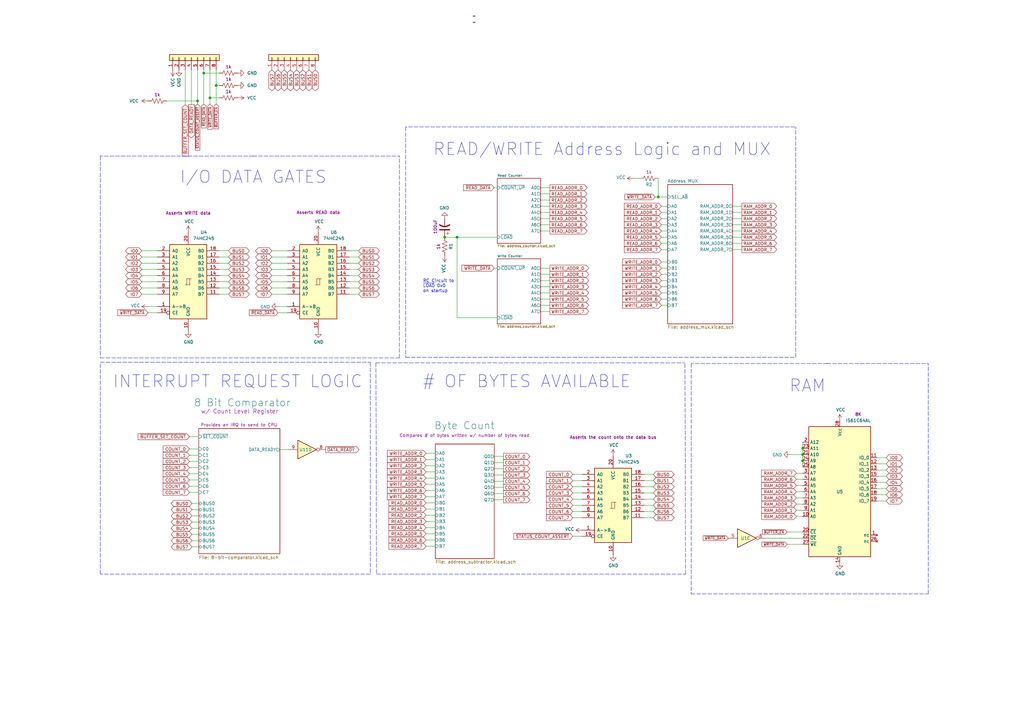
<source format=kicad_sch>
(kicad_sch (version 20211123) (generator eeschema)
  (paper "A3")
  (lib_symbols
    (symbol "74xx:74LS04"
      (property "Reference" "U" (at 0 1.27 0))
      (property "Value" "74LS04" (at 0 -1.27 0))
      (symbol "74LS04_1_0"
        (pin input line (at -7.62 0 0) (length 3.81) (name "~") (number "1"))
        (pin output inverted (at 7.62 0 180) (length 3.81) (name "~") (number "2"))
      )
      (symbol "74LS04_2_0"
        (pin input line (at -7.62 0 0) (length 3.81) (name "~") (number "3"))
        (pin output inverted (at 7.62 0 180) (length 3.81) (name "~") (number "4"))
      )
      (symbol "74LS04_3_0"
        (pin input line (at -7.62 0 0) (length 3.81) (name "~") (number "5"))
        (pin output inverted (at 7.62 0 180) (length 3.81) (name "~") (number "6"))
      )
      (symbol "74LS04_4_0"
        (pin output inverted (at 7.62 0 180) (length 3.81) (name "~") (number "8"))
        (pin input line (at -7.62 0 0) (length 3.81) (name "~") (number "9"))
      )
      (symbol "74LS04_5_0"
        (pin output inverted (at 7.62 0 180) (length 3.81) (name "~") (number "10"))
        (pin input line (at -7.62 0 0) (length 3.81) (name "~") (number "11"))
      )
      (symbol "74LS04_6_0"
        (pin output inverted (at 7.62 0 180) (length 3.81) (name "~") (number "12"))
        (pin input line (at -7.62 0 0) (length 3.81) (name "~") (number "13"))
      )
      (symbol "74LS04_7_0"
        (pin power_in line (at 0 12.7 270) (length 5.08) (name "VCC") (number "14"))
        (pin power_in line (at 0 -12.7 90) (length 5.08) (name "GND") (number "7"))
      )
    )
    (symbol "Connector_Generic:Conn_01x08" (pin_names (offset 1.016) hide)
      (property "Reference" "J" (at 0 10.16 0))
      (property "Value" "Conn_01x08" (at 0 -12.7 0))
      (symbol "Conn_01x08_1_1"
        (pin passive line (at -5.08 7.62 0) (length 3.81) (name "Pin_1") (number "1"))
        (pin passive line (at -5.08 5.08 0) (length 3.81) (name "Pin_2") (number "2"))
        (pin passive line (at -5.08 2.54 0) (length 3.81) (name "Pin_3") (number "3"))
        (pin passive line (at -5.08 0 0) (length 3.81) (name "Pin_4") (number "4"))
        (pin passive line (at -5.08 -2.54 0) (length 3.81) (name "Pin_5") (number "5"))
        (pin passive line (at -5.08 -5.08 0) (length 3.81) (name "Pin_6") (number "6"))
        (pin passive line (at -5.08 -7.62 0) (length 3.81) (name "Pin_7") (number "7"))
        (pin passive line (at -5.08 -10.16 0) (length 3.81) (name "Pin_8") (number "8"))
      )
    )
    (symbol "Device:R_US" (pin_numbers hide) (pin_names (offset 0))
      (property "Reference" "R" (at 2.54 0 90))
      (property "Value" "R_US" (at -2.54 0 90))
      (symbol "R_US_1_1"
        (pin passive line (at 0 3.81 270) (length 1.27) (name "~") (number "1"))
        (pin passive line (at 0 -3.81 90) (length 1.27) (name "~") (number "2"))
      )
    )
    (symbol "power:GND" (power) (pin_names (offset 0))
      (property "Value" "GND" (at 0 -3.81 0))
      (symbol "GND_1_1"
        (pin power_in line (at 0 0 270) (length 0) hide (name "GND") (number "1"))
      )
    )
    (symbol "power:VCC" (power) (pin_names (offset 0))
      (property "Value" "VCC" (at 0 3.81 0))
      (symbol "VCC_1_1"
        (pin power_in line (at 0 0 90) (length 0) hide (name "VCC") (number "1"))
      )
    )
    (symbol "stephen-mouser:74HC245" (pin_names (offset 1.016))
      (property "Reference" "U" (at -7.62 16.51 0))
      (property "Value" "stephen-mouser_74HC245" (at -7.62 -16.51 0))
      (symbol "74HC245_1_0"
        (pin input line (at -12.7 -10.16 0) (length 5.08) (name "A->B") (number "1"))
        (pin power_in line (at 0 -20.32 90) (length 5.08) (name "GND") (number "10"))
        (pin tri_state line (at 12.7 -5.08 180) (length 5.08) (name "B7") (number "11"))
        (pin tri_state line (at 12.7 -2.54 180) (length 5.08) (name "B6") (number "12"))
        (pin tri_state line (at 12.7 0 180) (length 5.08) (name "B5") (number "13"))
        (pin tri_state line (at 12.7 2.54 180) (length 5.08) (name "B4") (number "14"))
        (pin tri_state line (at 12.7 5.08 180) (length 5.08) (name "B3") (number "15"))
        (pin tri_state line (at 12.7 7.62 180) (length 5.08) (name "B2") (number "16"))
        (pin tri_state line (at 12.7 10.16 180) (length 5.08) (name "B1") (number "17"))
        (pin tri_state line (at 12.7 12.7 180) (length 5.08) (name "B0") (number "18"))
        (pin input inverted (at -12.7 -12.7 0) (length 5.08) (name "CE") (number "19"))
        (pin tri_state line (at -12.7 12.7 0) (length 5.08) (name "A0") (number "2"))
        (pin power_in line (at 0 20.32 270) (length 5.08) (name "VCC") (number "20"))
        (pin tri_state line (at -12.7 10.16 0) (length 5.08) (name "A1") (number "3"))
        (pin tri_state line (at -12.7 7.62 0) (length 5.08) (name "A2") (number "4"))
        (pin tri_state line (at -12.7 5.08 0) (length 5.08) (name "A3") (number "5"))
        (pin tri_state line (at -12.7 2.54 0) (length 5.08) (name "A4") (number "6"))
        (pin tri_state line (at -12.7 0 0) (length 5.08) (name "A5") (number "7"))
        (pin tri_state line (at -12.7 -2.54 0) (length 5.08) (name "A6") (number "8"))
        (pin tri_state line (at -12.7 -5.08 0) (length 5.08) (name "A7") (number "9"))
      )
    )
    (symbol "stephen-mouser:C" (pin_numbers hide) (pin_names (offset 0.254) hide)
      (property "Reference" "C" (at 0.635 2.54 0))
      (property "Value" "stephen-mouser_C" (at 0.635 -2.54 0))
      (property "C" "100uF" (at 0 0 0))
      (symbol "C_1_1"
        (pin passive line (at 0 3.81 270) (length 2.794) (name "~") (number "1"))
        (pin passive line (at 0 -3.81 90) (length 3.302) (name "~") (number "2"))
      )
    )
    (symbol "stephen-mouser:IS61C64AL"
      (property "Reference" "U" (at -10.16 31.75 0))
      (property "Value" "stephen-mouser_IS61C64AL" (at 10.16 -25.4 0))
      (property "L" "8K" (at 0 0 0))
      (symbol "IS61C64AL_1_1"
        (pin no_connect line (at 15.24 -13.97 180) (length 2.54) (name "nc") (number "1"))
        (pin input line (at -15.24 -6.35 0) (length 2.54) (name "A0") (number "10"))
        (pin bidirectional line (at 15.24 17.78 180) (length 2.54) (name "IO_0") (number "11"))
        (pin bidirectional line (at 15.24 15.24 180) (length 2.54) (name "IO_1") (number "12"))
        (pin bidirectional line (at 15.24 12.7 180) (length 2.54) (name "IO_2") (number "13"))
        (pin power_in line (at 0 -25.4 90) (length 2.54) (name "GND") (number "14"))
        (pin bidirectional line (at 15.24 10.16 180) (length 2.54) (name "IO_3") (number "15"))
        (pin bidirectional line (at 15.24 7.62 180) (length 2.54) (name "IO_4") (number "16"))
        (pin bidirectional line (at 15.24 5.08 180) (length 2.54) (name "IO_5") (number "17"))
        (pin bidirectional line (at 15.24 2.54 180) (length 2.54) (name "IO_6") (number "18"))
        (pin bidirectional line (at 15.24 0 180) (length 2.54) (name "IO_7") (number "19"))
        (pin input line (at -15.24 24.13 0) (length 2.54) (name "A12") (number "2"))
        (pin input line (at -15.24 -12.7 0) (length 2.54) (name "~{CE}") (number "20"))
        (pin input line (at -15.24 19.05 0) (length 2.54) (name "A10") (number "21"))
        (pin input line (at -15.24 -15.24 0) (length 2.54) (name "~{OE}") (number "22"))
        (pin input line (at -15.24 21.59 0) (length 2.54) (name "A11") (number "23"))
        (pin input line (at -15.24 16.51 0) (length 2.54) (name "A9") (number "24"))
        (pin input line (at -15.24 13.97 0) (length 2.54) (name "A8") (number "25"))
        (pin no_connect line (at 15.24 -16.51 180) (length 2.54) (name "nc") (number "26"))
        (pin input line (at -15.24 -17.78 0) (length 2.54) (name "~{WE}") (number "27"))
        (pin power_in line (at 0 33.02 270) (length 2.54) (name "Vcc") (number "28"))
        (pin input line (at -15.24 11.43 0) (length 2.54) (name "A7") (number "3"))
        (pin input line (at -15.24 8.89 0) (length 2.54) (name "A6") (number "4"))
        (pin input line (at -15.24 6.35 0) (length 2.54) (name "A5") (number "5"))
        (pin input line (at -15.24 3.81 0) (length 2.54) (name "A4") (number "6"))
        (pin input line (at -15.24 1.27 0) (length 2.54) (name "A3") (number "7"))
        (pin input line (at -15.24 -1.27 0) (length 2.54) (name "A2") (number "8"))
        (pin input line (at -15.24 -3.81 0) (length 2.54) (name "A1") (number "9"))
      )
    )
  )
  (junction (at 83.566 29.972))
  (junction (at 329.184 183.896))
  (junction (at 187.452 97.282))
  (junction (at 329.184 188.976))
  (junction (at 182.372 97.282))
  (junction (at 88.646 35.052))
  (junction (at 329.184 186.436))
  (junction (at 270.002 80.772))
  (junction (at 86.106 40.132))
  (junction (at 81.026 41.402))
  (wire (pts (xy 111.506 113.03) (xy 117.856 113.03)))
  (wire (pts (xy 322.834 223.266) (xy 329.184 223.266)))
  (wire (pts (xy 114.808 184.404) (xy 118.364 184.404)))
  (wire (pts (xy 225.552 115.062) (xy 221.742 115.062)))
  (wire (pts (xy 174.752 221.488) (xy 178.562 221.488)))
  (wire (pts (xy 83.566 42.672) (xy 83.566 29.972)))
  (wire (pts (xy 300.482 84.582) (xy 304.292 84.582)))
  (wire (pts (xy 329.184 201.676) (xy 326.644 201.676)))
  (wire (pts (xy 77.724 196.85) (xy 81.534 196.85)))
  (wire (pts (xy 271.272 94.742) (xy 273.812 94.742)))
  (wire (pts (xy 225.552 112.522) (xy 221.742 112.522)))
  (wire (pts (xy 264.16 204.724) (xy 267.97 204.724)))
  (wire (pts (xy 114.046 128.27) (xy 117.856 128.27)))
  (wire (pts (xy 111.506 102.87) (xy 117.856 102.87)))
  (wire (pts (xy 300.482 89.662) (xy 304.292 89.662)))
  (wire (pts (xy 271.272 92.202) (xy 273.812 92.202)))
  (wire (pts (xy 174.752 188.468) (xy 178.562 188.468)))
  (wire (pts (xy 225.552 117.602) (xy 221.742 117.602)))
  (wire (pts (xy 225.552 87.122) (xy 221.742 87.122)))
  (wire (pts (xy 234.95 202.184) (xy 238.76 202.184)))
  (wire (pts (xy 271.272 112.522) (xy 273.812 112.522)))
  (wire (pts (xy 174.752 191.008) (xy 178.562 191.008)))
  (wire (pts (xy 329.184 183.896) (xy 329.184 186.436)))
  (wire (pts (xy 89.916 107.95) (xy 93.726 107.95)))
  (wire (pts (xy 234.95 209.804) (xy 238.76 209.804)))
  (wire (pts (xy 300.482 102.362) (xy 304.292 102.362)))
  (wire (pts (xy 202.692 202.438) (xy 206.502 202.438)))
  (polyline (pts (xy 246.634 52.07) (xy 326.39 52.07)))
  (wire (pts (xy 60.706 128.27) (xy 64.516 128.27)))
  (wire (pts (xy 111.506 110.49) (xy 117.856 110.49)))
  (wire (pts (xy 174.752 211.328) (xy 178.562 211.328)))
  (wire (pts (xy 174.752 206.248) (xy 178.562 206.248)))
  (wire (pts (xy 89.916 115.57) (xy 93.726 115.57)))
  (wire (pts (xy 271.272 117.602) (xy 273.812 117.602)))
  (wire (pts (xy 234.95 219.964) (xy 238.76 219.964)))
  (wire (pts (xy 60.706 125.73) (xy 64.516 125.73)))
  (wire (pts (xy 271.272 125.222) (xy 273.812 125.222)))
  (wire (pts (xy 225.552 109.982) (xy 221.742 109.982)))
  (wire (pts (xy 89.916 102.87) (xy 93.726 102.87)))
  (wire (pts (xy 89.916 110.49) (xy 93.726 110.49)))
  (wire (pts (xy 143.256 110.49) (xy 147.066 110.49)))
  (wire (pts (xy 88.646 42.672) (xy 88.646 35.052)))
  (wire (pts (xy 234.95 197.104) (xy 238.76 197.104)))
  (polyline (pts (xy 41.148 146.812) (xy 163.83 146.812)))
  (wire (pts (xy 359.664 197.866) (xy 363.474 197.866)))
  (wire (pts (xy 271.272 84.582) (xy 273.812 84.582)))
  (wire (pts (xy 174.752 216.408) (xy 178.562 216.408)))
  (wire (pts (xy 359.664 195.326) (xy 363.474 195.326)))
  (wire (pts (xy 89.916 29.972) (xy 83.566 29.972)))
  (wire (pts (xy 268.732 80.772) (xy 270.002 80.772)))
  (wire (pts (xy 264.16 212.344) (xy 267.97 212.344)))
  (polyline (pts (xy 339.344 149.098) (xy 283.464 149.098)))
  (wire (pts (xy 78.74 221.742) (xy 81.534 221.742)))
  (polyline (pts (xy 103.886 64.008) (xy 41.148 64.008)))
  (wire (pts (xy 77.724 194.31) (xy 81.534 194.31)))
  (wire (pts (xy 225.552 92.202) (xy 221.742 92.202)))
  (wire (pts (xy 326.644 199.136) (xy 329.184 199.136)))
  (wire (pts (xy 83.566 29.972) (xy 83.566 28.702)))
  (wire (pts (xy 78.74 216.662) (xy 81.534 216.662)))
  (wire (pts (xy 174.752 218.948) (xy 178.562 218.948)))
  (polyline (pts (xy 339.09 149.098) (xy 380.746 149.098)))
  (polyline (pts (xy 163.83 146.812) (xy 163.83 64.008)))
  (polyline (pts (xy 283.464 243.586) (xy 380.746 243.586)))
  (wire (pts (xy 234.95 204.724) (xy 238.76 204.724)))
  (wire (pts (xy 187.452 130.302) (xy 203.962 130.302)))
  (wire (pts (xy 359.664 190.246) (xy 363.474 190.246)))
  (wire (pts (xy 300.482 97.282) (xy 304.292 97.282)))
  (wire (pts (xy 259.842 73.152) (xy 262.382 73.152)))
  (wire (pts (xy 89.916 35.052) (xy 88.646 35.052)))
  (wire (pts (xy 187.452 97.282) (xy 187.452 130.302)))
  (wire (pts (xy 174.752 201.168) (xy 178.562 201.168)))
  (wire (pts (xy 329.184 188.976) (xy 329.184 191.516)))
  (wire (pts (xy 271.272 120.142) (xy 273.812 120.142)))
  (polyline (pts (xy 41.148 148.59) (xy 151.892 148.59)))
  (wire (pts (xy 202.692 187.198) (xy 206.502 187.198)))
  (polyline (pts (xy 281.178 235.458) (xy 280.924 148.844)))
  (wire (pts (xy 174.752 185.928) (xy 178.562 185.928)))
  (polyline (pts (xy 283.464 149.098) (xy 283.464 243.586)))
  (wire (pts (xy 329.184 196.596) (xy 326.644 196.596)))
  (wire (pts (xy 89.916 113.03) (xy 93.726 113.03)))
  (wire (pts (xy 77.724 189.23) (xy 81.534 189.23)))
  (wire (pts (xy 111.506 107.95) (xy 117.856 107.95)))
  (bus (pts (xy 194.056 9.144) (xy 194.818 9.144)))
  (wire (pts (xy 225.552 127.762) (xy 221.742 127.762)))
  (wire (pts (xy 225.552 125.222) (xy 221.742 125.222)))
  (wire (pts (xy 174.752 203.708) (xy 178.562 203.708)))
  (wire (pts (xy 114.046 125.73) (xy 117.856 125.73)))
  (wire (pts (xy 203.962 97.282) (xy 187.452 97.282)))
  (wire (pts (xy 329.184 211.836) (xy 326.644 211.836)))
  (wire (pts (xy 174.752 193.548) (xy 178.562 193.548)))
  (wire (pts (xy 270.002 80.772) (xy 273.812 80.772)))
  (wire (pts (xy 271.272 115.062) (xy 273.812 115.062)))
  (wire (pts (xy 143.256 120.65) (xy 147.066 120.65)))
  (wire (pts (xy 111.506 120.65) (xy 117.856 120.65)))
  (wire (pts (xy 271.272 87.122) (xy 273.812 87.122)))
  (wire (pts (xy 264.16 194.564) (xy 267.97 194.564)))
  (wire (pts (xy 143.256 105.41) (xy 147.066 105.41)))
  (wire (pts (xy 324.104 186.436) (xy 329.184 186.436)))
  (wire (pts (xy 89.916 40.132) (xy 86.106 40.132)))
  (wire (pts (xy 89.916 118.11) (xy 93.726 118.11)))
  (wire (pts (xy 143.256 115.57) (xy 147.066 115.57)))
  (wire (pts (xy 359.664 187.706) (xy 363.474 187.706)))
  (wire (pts (xy 202.692 197.358) (xy 206.502 197.358)))
  (wire (pts (xy 221.742 76.962) (xy 225.552 76.962)))
  (wire (pts (xy 78.74 219.202) (xy 81.534 219.202)))
  (wire (pts (xy 78.486 42.926) (xy 78.486 28.702)))
  (polyline (pts (xy 154.178 148.844) (xy 280.924 148.844)))
  (wire (pts (xy 174.752 196.088) (xy 178.562 196.088)))
  (wire (pts (xy 326.644 209.296) (xy 329.184 209.296)))
  (wire (pts (xy 58.166 107.95) (xy 64.516 107.95)))
  (wire (pts (xy 88.646 35.052) (xy 88.646 28.702)))
  (polyline (pts (xy 380.746 243.586) (xy 380.746 149.098)))
  (polyline (pts (xy 246.888 52.07) (xy 166.37 52.07)))
  (wire (pts (xy 271.272 89.662) (xy 273.812 89.662)))
  (polyline (pts (xy 151.892 148.59) (xy 151.892 235.458)))
  (wire (pts (xy 225.552 84.582) (xy 221.742 84.582)))
  (wire (pts (xy 271.272 122.682) (xy 273.812 122.682)))
  (wire (pts (xy 234.95 199.644) (xy 238.76 199.644)))
  (wire (pts (xy 264.16 209.804) (xy 267.97 209.804)))
  (wire (pts (xy 359.664 205.486) (xy 363.474 205.486)))
  (polyline (pts (xy 326.39 146.558) (xy 326.39 52.07)))
  (wire (pts (xy 264.16 207.264) (xy 267.97 207.264)))
  (wire (pts (xy 77.724 199.39) (xy 81.534 199.39)))
  (wire (pts (xy 58.166 115.57) (xy 64.516 115.57)))
  (wire (pts (xy 359.664 202.946) (xy 363.474 202.946)))
  (wire (pts (xy 77.724 186.69) (xy 81.534 186.69)))
  (wire (pts (xy 143.256 113.03) (xy 147.066 113.03)))
  (wire (pts (xy 202.692 109.982) (xy 203.962 109.982)))
  (polyline (pts (xy 103.632 64.008) (xy 163.83 64.008)))
  (wire (pts (xy 225.552 82.042) (xy 221.742 82.042)))
  (wire (pts (xy 78.74 214.122) (xy 81.534 214.122)))
  (wire (pts (xy 78.74 206.502) (xy 81.534 206.502)))
  (wire (pts (xy 143.256 107.95) (xy 147.066 107.95)))
  (wire (pts (xy 86.106 40.132) (xy 86.106 28.702)))
  (wire (pts (xy 271.272 102.362) (xy 273.812 102.362)))
  (wire (pts (xy 202.692 76.962) (xy 203.962 76.962)))
  (wire (pts (xy 271.272 109.982) (xy 273.812 109.982)))
  (wire (pts (xy 326.644 194.056) (xy 329.184 194.056)))
  (wire (pts (xy 329.184 181.356) (xy 329.184 183.896)))
  (polyline (pts (xy 154.178 148.844) (xy 154.432 235.458)))
  (polyline (pts (xy 166.37 146.558) (xy 326.39 146.558)))
  (wire (pts (xy 234.95 207.264) (xy 238.76 207.264)))
  (polyline (pts (xy 41.148 235.458) (xy 41.148 148.59)))
  (wire (pts (xy 225.552 94.742) (xy 221.742 94.742)))
  (wire (pts (xy 68.326 41.402) (xy 81.026 41.402)))
  (wire (pts (xy 81.026 41.402) (xy 81.026 28.702)))
  (wire (pts (xy 202.692 192.278) (xy 206.502 192.278)))
  (wire (pts (xy 359.664 200.406) (xy 363.474 200.406)))
  (wire (pts (xy 271.272 99.822) (xy 273.812 99.822)))
  (wire (pts (xy 329.184 206.756) (xy 326.644 206.756)))
  (polyline (pts (xy 41.148 64.008) (xy 41.148 146.812)))
  (wire (pts (xy 300.482 92.202) (xy 304.292 92.202)))
  (wire (pts (xy 89.916 105.41) (xy 93.726 105.41)))
  (polyline (pts (xy 151.892 235.458) (xy 41.148 235.458)))
  (wire (pts (xy 329.184 186.436) (xy 329.184 188.976)))
  (wire (pts (xy 174.752 213.868) (xy 178.562 213.868)))
  (wire (pts (xy 86.106 42.672) (xy 86.106 40.132)))
  (wire (pts (xy 58.166 120.65) (xy 64.516 120.65)))
  (wire (pts (xy 77.724 191.77) (xy 81.534 191.77)))
  (wire (pts (xy 202.692 189.738) (xy 206.502 189.738)))
  (wire (pts (xy 326.644 204.216) (xy 329.184 204.216)))
  (wire (pts (xy 143.256 118.11) (xy 147.066 118.11)))
  (wire (pts (xy 78.74 224.282) (xy 81.534 224.282)))
  (wire (pts (xy 111.506 118.11) (xy 117.856 118.11)))
  (wire (pts (xy 77.724 179.07) (xy 81.534 179.07)))
  (polyline (pts (xy 154.432 235.458) (xy 281.178 235.458)))
  (wire (pts (xy 300.482 87.122) (xy 304.292 87.122)))
  (wire (pts (xy 234.95 212.344) (xy 238.76 212.344)))
  (wire (pts (xy 264.16 202.184) (xy 267.97 202.184)))
  (wire (pts (xy 322.834 218.186) (xy 329.184 218.186)))
  (wire (pts (xy 300.482 99.822) (xy 304.292 99.822)))
  (wire (pts (xy 78.74 211.582) (xy 81.534 211.582)))
  (wire (pts (xy 174.752 224.028) (xy 178.562 224.028)))
  (wire (pts (xy 300.482 94.742) (xy 304.292 94.742)))
  (wire (pts (xy 58.166 113.03) (xy 64.516 113.03)))
  (wire (pts (xy 89.916 120.65) (xy 93.726 120.65)))
  (wire (pts (xy 187.452 97.282) (xy 182.372 97.282)))
  (wire (pts (xy 225.552 89.662) (xy 221.742 89.662)))
  (wire (pts (xy 58.166 105.41) (xy 64.516 105.41)))
  (wire (pts (xy 359.664 192.786) (xy 363.474 192.786)))
  (bus (pts (xy 194.056 6.604) (xy 194.818 6.604)))
  (wire (pts (xy 58.166 118.11) (xy 64.516 118.11)))
  (wire (pts (xy 174.752 198.628) (xy 178.562 198.628)))
  (wire (pts (xy 111.506 115.57) (xy 117.856 115.57)))
  (wire (pts (xy 271.272 97.282) (xy 273.812 97.282)))
  (wire (pts (xy 264.16 197.104) (xy 267.97 197.104)))
  (wire (pts (xy 225.552 79.502) (xy 221.742 79.502)))
  (wire (pts (xy 234.95 194.564) (xy 238.76 194.564)))
  (wire (pts (xy 77.724 201.93) (xy 81.534 201.93)))
  (wire (pts (xy 202.692 194.818) (xy 206.502 194.818)))
  (wire (pts (xy 58.166 110.49) (xy 64.516 110.49)))
  (wire (pts (xy 270.002 80.772) (xy 270.002 73.152)))
  (wire (pts (xy 313.944 220.726) (xy 329.184 220.726)))
  (wire (pts (xy 225.552 120.142) (xy 221.742 120.142)))
  (wire (pts (xy 264.16 199.644) (xy 267.97 199.644)))
  (wire (pts (xy 78.74 209.042) (xy 81.534 209.042)))
  (wire (pts (xy 111.506 105.41) (xy 117.856 105.41)))
  (polyline (pts (xy 166.37 52.07) (xy 166.37 146.558)))
  (wire (pts (xy 202.692 199.898) (xy 206.502 199.898)))
  (wire (pts (xy 143.256 102.87) (xy 147.066 102.87)))
  (wire (pts (xy 81.026 42.672) (xy 81.026 41.402)))
  (wire (pts (xy 202.692 204.978) (xy 206.502 204.978)))
  (wire (pts (xy 75.946 42.926) (xy 75.946 28.702)))
  (wire (pts (xy 225.552 122.682) (xy 221.742 122.682)))
  (wire (pts (xy 58.166 102.87) (xy 64.516 102.87)))
  (wire (pts (xy 174.752 208.788) (xy 178.562 208.788)))
  (wire (pts (xy 271.272 107.442) (xy 273.812 107.442)))
  (wire (pts (xy 77.724 184.15) (xy 81.534 184.15)))
  (text "# OF BYTES AVAILABLE" (at 173.228 159.512 0) (effects (font (size 5 5)) (justify left bottom)))
  (text "INTERRUPT REQUEST LOGIC" (at 46.228 159.512 0) (effects (font (size 5 5)) (justify left bottom)))
  (text "RC Circuit to\n~{LOAD} 0x0\non startup" (at 173.482 120.142 0) (effects (font (size 1.27 1.27)) (justify left bottom)))
  (text "READ/WRITE Address Logic and MUX" (at 177.546 64.262 0) (effects (font (size 5 5)) (justify left bottom)))
  (text "RAM" (at 323.596 161.29 0) (effects (font (size 5 5)) (justify left bottom)))
  (text "I/O DATA GATES" (at 73.66 75.692 0) (effects (font (size 5 5)) (justify left bottom)))
  (global_label "WRITE_ADDR_2" (shape output) (at 225.552 115.062 0) (property "Intersheet References" "${INTERSHEET_REFS}" (effects hide)))
  (global_label "BUS3" (shape tri_state) (at 78.74 214.122 180) (property "Intersheet References" "${INTERSHEET_REFS}" (effects hide)))
  (global_label "COUNT_3" (shape output) (at 206.502 194.818 0) (property "Intersheet References" "${INTERSHEET_REFS}" (effects hide)))
  (global_label "BUS3" (shape tri_state) (at 121.666 28.702 270) (property "Intersheet References" "${INTERSHEET_REFS}" (effects hide)))
  (global_label "BUS6" (shape tri_state) (at 93.726 118.11 0) (property "Intersheet References" "${INTERSHEET_REFS}" (effects hide)))
  (global_label "IO2" (shape tri_state) (at 58.166 107.95 180) (property "Intersheet References" "${INTERSHEET_REFS}" (effects hide)))
  (global_label "READ_ADDR_3" (shape output) (at 225.552 84.582 0) (property "Intersheet References" "${INTERSHEET_REFS}" (effects hide)))
  (global_label "IO5" (shape tri_state) (at 111.506 115.57 180) (property "Intersheet References" "${INTERSHEET_REFS}" (effects hide)))
  (global_label "COUNT_2" (shape output) (at 206.502 192.278 0) (property "Intersheet References" "${INTERSHEET_REFS}" (effects hide)))
  (global_label "WRITE_ADDR_4" (shape input) (at 271.272 117.602 180) (property "Intersheet References" "${INTERSHEET_REFS}" (effects hide)))
  (global_label "READ_ADDR_7" (shape input) (at 271.272 102.362 180) (property "Intersheet References" "${INTERSHEET_REFS}" (effects hide)))
  (global_label "BUS5" (shape tri_state) (at 78.74 219.202 180) (property "Intersheet References" "${INTERSHEET_REFS}" (effects hide)))
  (global_label "BUS1" (shape tri_state) (at 126.746 28.702 270) (property "Intersheet References" "${INTERSHEET_REFS}" (effects hide)))
  (global_label "~{BUFFER_EN}" (shape input) (at 322.834 218.186 180) (effects (font (size 0.9906 0.9906))) (property "Intersheet References" "${INTERSHEET_REFS}" (effects hide)))
  (global_label "~{WRITE_DATA}" (shape input) (at 268.732 80.772 180) (effects (font (size 1.1938 1.1938))) (property "Intersheet References" "${INTERSHEET_REFS}" (effects hide)))
  (global_label "COUNT_3" (shape input) (at 77.724 191.77 180) (property "Intersheet References" "${INTERSHEET_REFS}" (effects hide)))
  (global_label "IO0" (shape tri_state) (at 111.506 102.87 180) (property "Intersheet References" "${INTERSHEET_REFS}" (effects hide)))
  (global_label "IO0" (shape tri_state) (at 58.166 102.87 180) (property "Intersheet References" "${INTERSHEET_REFS}" (effects hide)))
  (global_label "IO0" (shape tri_state) (at 363.474 187.706 0) (property "Intersheet References" "${INTERSHEET_REFS}" (effects hide)))
  (global_label "BUS5" (shape tri_state) (at 93.726 115.57 0) (property "Intersheet References" "${INTERSHEET_REFS}" (effects hide)))
  (global_label "COUNT_4" (shape output) (at 206.502 197.358 0) (property "Intersheet References" "${INTERSHEET_REFS}" (effects hide)))
  (global_label "IO3" (shape tri_state) (at 363.474 195.326 0) (property "Intersheet References" "${INTERSHEET_REFS}" (effects hide)))
  (global_label "WRITE_ADDR_7" (shape input) (at 174.752 203.708 180) (property "Intersheet References" "${INTERSHEET_REFS}" (effects hide)))
  (global_label "WRITE_ADDR_2" (shape input) (at 271.272 112.522 180) (property "Intersheet References" "${INTERSHEET_REFS}" (effects hide)))
  (global_label "RAM_ADDR_1" (shape input) (at 326.644 209.296 180) (property "Intersheet References" "${INTERSHEET_REFS}" (effects hide)))
  (global_label "BUS6" (shape tri_state) (at 78.74 221.742 180) (property "Intersheet References" "${INTERSHEET_REFS}" (effects hide)))
  (global_label "READ_ADDR_5" (shape input) (at 174.752 218.948 180) (property "Intersheet References" "${INTERSHEET_REFS}" (effects hide)))
  (global_label "COUNT_7" (shape output) (at 206.502 204.978 0) (property "Intersheet References" "${INTERSHEET_REFS}" (effects hide)))
  (global_label "~{WRITE_DATA}" (shape input) (at 322.834 223.266 180) (effects (font (size 0.9906 0.9906))) (property "Intersheet References" "${INTERSHEET_REFS}" (effects hide)))
  (global_label "IO3" (shape tri_state) (at 111.506 110.49 180) (property "Intersheet References" "${INTERSHEET_REFS}" (effects hide)))
  (global_label "READ_ADDR_1" (shape input) (at 271.272 87.122 180) (property "Intersheet References" "${INTERSHEET_REFS}" (effects hide)))
  (global_label "COUNT_1" (shape input) (at 77.724 186.69 180) (property "Intersheet References" "${INTERSHEET_REFS}" (effects hide)))
  (global_label "READ_ADDR_4" (shape input) (at 271.272 94.742 180) (property "Intersheet References" "${INTERSHEET_REFS}" (effects hide)))
  (global_label "BUS7" (shape tri_state) (at 111.506 28.702 270) (property "Intersheet References" "${INTERSHEET_REFS}" (effects hide)))
  (global_label "WRITE_ADDR_0" (shape input) (at 174.752 185.928 180) (property "Intersheet References" "${INTERSHEET_REFS}" (effects hide)))
  (global_label "BUS1" (shape tri_state) (at 267.97 197.104 0) (property "Intersheet References" "${INTERSHEET_REFS}" (effects hide)))
  (global_label "WRITE_ADDR_6" (shape input) (at 271.272 122.682 180) (property "Intersheet References" "${INTERSHEET_REFS}" (effects hide)))
  (global_label "RAM_ADDR_4" (shape output) (at 304.292 94.742 0) (property "Intersheet References" "${INTERSHEET_REFS}" (effects hide)))
  (global_label "BUS4" (shape tri_state) (at 267.97 204.724 0) (property "Intersheet References" "${INTERSHEET_REFS}" (effects hide)))
  (global_label "READ_ADDR_5" (shape output) (at 225.552 89.662 0) (property "Intersheet References" "${INTERSHEET_REFS}" (effects hide)))
  (global_label "COUNT_0" (shape input) (at 77.724 184.15 180) (property "Intersheet References" "${INTERSHEET_REFS}" (effects hide)))
  (global_label "BUS3" (shape tri_state) (at 93.726 110.49 0) (property "Intersheet References" "${INTERSHEET_REFS}" (effects hide)))
  (global_label "BUS2" (shape tri_state) (at 78.74 211.582 180) (property "Intersheet References" "${INTERSHEET_REFS}" (effects hide)))
  (global_label "RAM_ADDR_6" (shape input) (at 326.644 196.596 180) (property "Intersheet References" "${INTERSHEET_REFS}" (effects hide)))
  (global_label "IO7" (shape tri_state) (at 58.166 120.65 180) (property "Intersheet References" "${INTERSHEET_REFS}" (effects hide)))
  (global_label "~{READ_DATA}" (shape input) (at 114.046 128.27 180) (effects (font (size 1.1938 1.1938))) (property "Intersheet References" "${INTERSHEET_REFS}" (effects hide)))
  (global_label "READ_ADDR_0" (shape input) (at 271.272 84.582 180) (property "Intersheet References" "${INTERSHEET_REFS}" (effects hide)))
  (global_label "IO6" (shape tri_state) (at 111.506 118.11 180) (property "Intersheet References" "${INTERSHEET_REFS}" (effects hide)))
  (global_label "WRITE_ADDR_4" (shape input) (at 174.752 196.088 180) (property "Intersheet References" "${INTERSHEET_REFS}" (effects hide)))
  (global_label "COUNT_4" (shape input) (at 234.95 204.724 180) (property "Intersheet References" "${INTERSHEET_REFS}" (effects hide)))
  (global_label "BUS4" (shape tri_state) (at 147.066 113.03 0) (property "Intersheet References" "${INTERSHEET_REFS}" (effects hide)))
  (global_label "BUS0" (shape tri_state) (at 267.97 194.564 0) (property "Intersheet References" "${INTERSHEET_REFS}" (effects hide)))
  (global_label "WRITE_ADDR_5" (shape output) (at 225.552 122.682 0) (property "Intersheet References" "${INTERSHEET_REFS}" (effects hide)))
  (global_label "READ_ADDR_5" (shape input) (at 271.272 97.282 180) (property "Intersheet References" "${INTERSHEET_REFS}" (effects hide)))
  (global_label "COUNT_6" (shape input) (at 234.95 209.804 180) (property "Intersheet References" "${INTERSHEET_REFS}" (effects hide)))
  (global_label "COUNT_1" (shape input) (at 234.95 197.104 180) (property "Intersheet References" "${INTERSHEET_REFS}" (effects hide)))
  (global_label "READ_ADDR_2" (shape output) (at 225.552 82.042 0) (property "Intersheet References" "${INTERSHEET_REFS}" (effects hide)))
  (global_label "READ_ADDR_6" (shape input) (at 271.272 99.822 180) (property "Intersheet References" "${INTERSHEET_REFS}" (effects hide)))
  (global_label "COUNT_5" (shape input) (at 77.724 196.85 180) (property "Intersheet References" "${INTERSHEET_REFS}" (effects hide)))
  (global_label "~{WRITE_DATA}" (shape input) (at 86.106 42.672 270) (effects (font (size 0.9906 0.9906))) (property "Intersheet References" "${INTERSHEET_REFS}" (effects hide)))
  (global_label "~{DATA_READY}" (shape output) (at 78.486 42.926 270) (property "Intersheet References" "${INTERSHEET_REFS}" (effects hide)))
  (global_label "~{STATUS_COUNT_ASSERT}" (shape input) (at 81.026 42.672 270) (effects (font (size 0.9906 0.9906))) (property "Intersheet References" "${INTERSHEET_REFS}" (effects hide)))
  (global_label "BUS4" (shape tri_state) (at 93.726 113.03 0) (property "Intersheet References" "${INTERSHEET_REFS}" (effects hide)))
  (global_label "BUS2" (shape tri_state) (at 93.726 107.95 0) (property "Intersheet References" "${INTERSHEET_REFS}" (effects hide)))
  (global_label "BUS5" (shape tri_state) (at 267.97 207.264 0) (property "Intersheet References" "${INTERSHEET_REFS}" (effects hide)))
  (global_label "WRITE_ADDR_0" (shape input) (at 271.272 107.442 180) (property "Intersheet References" "${INTERSHEET_REFS}" (effects hide)))
  (global_label "RAM_ADDR_3" (shape output) (at 304.292 92.202 0) (property "Intersheet References" "${INTERSHEET_REFS}" (effects hide)))
  (global_label "BUS5" (shape tri_state) (at 147.066 115.57 0) (property "Intersheet References" "${INTERSHEET_REFS}" (effects hide)))
  (global_label "WRITE_ADDR_6" (shape output) (at 225.552 125.222 0) (property "Intersheet References" "${INTERSHEET_REFS}" (effects hide)))
  (global_label "RAM_ADDR_6" (shape output) (at 304.292 99.822 0) (property "Intersheet References" "${INTERSHEET_REFS}" (effects hide)))
  (global_label "RAM_ADDR_3" (shape input) (at 326.644 204.216 180) (property "Intersheet References" "${INTERSHEET_REFS}" (effects hide)))
  (global_label "RAM_ADDR_1" (shape output) (at 304.292 87.122 0) (property "Intersheet References" "${INTERSHEET_REFS}" (effects hide)))
  (global_label "RAM_ADDR_0" (shape output) (at 304.292 84.582 0) (property "Intersheet References" "${INTERSHEET_REFS}" (effects hide)))
  (global_label "WRITE_ADDR_3" (shape input) (at 271.272 115.062 180) (property "Intersheet References" "${INTERSHEET_REFS}" (effects hide)))
  (global_label "~{BUFFER_EN}" (shape input) (at 88.646 42.672 270) (effects (font (size 0.9906 0.9906))) (property "Intersheet References" "${INTERSHEET_REFS}" (effects hide)))
  (global_label "READ_ADDR_1" (shape input) (at 174.752 208.788 180) (property "Intersheet References" "${INTERSHEET_REFS}" (effects hide)))
  (global_label "IO1" (shape tri_state) (at 363.474 190.246 0) (property "Intersheet References" "${INTERSHEET_REFS}" (effects hide)))
  (global_label "WRITE_ADDR_3" (shape output) (at 225.552 117.602 0) (property "Intersheet References" "${INTERSHEET_REFS}" (effects hide)))
  (global_label "IO6" (shape tri_state) (at 363.474 202.946 0) (property "Intersheet References" "${INTERSHEET_REFS}" (effects hide)))
  (global_label "WRITE_ADDR_3" (shape input) (at 174.752 193.548 180) (property "Intersheet References" "${INTERSHEET_REFS}" (effects hide)))
  (global_label "READ_ADDR_0" (shape output) (at 225.552 76.962 0) (property "Intersheet References" "${INTERSHEET_REFS}" (effects hide)))
  (global_label "BUS7" (shape tri_state) (at 267.97 212.344 0) (property "Intersheet References" "${INTERSHEET_REFS}" (effects hide)))
  (global_label "WRITE_ADDR_5" (shape input) (at 174.752 198.628 180) (property "Intersheet References" "${INTERSHEET_REFS}" (effects hide)))
  (global_label "READ_ADDR_2" (shape input) (at 271.272 89.662 180) (property "Intersheet References" "${INTERSHEET_REFS}" (effects hide)))
  (global_label "READ_ADDR_7" (shape input) (at 174.752 224.028 180) (property "Intersheet References" "${INTERSHEET_REFS}" (effects hide)))
  (global_label "IO4" (shape tri_state) (at 58.166 113.03 180) (property "Intersheet References" "${INTERSHEET_REFS}" (effects hide)))
  (global_label "WRITE_ADDR_0" (shape output) (at 225.552 109.982 0) (property "Intersheet References" "${INTERSHEET_REFS}" (effects hide)))
  (global_label "IO5" (shape tri_state) (at 58.166 115.57 180) (property "Intersheet References" "${INTERSHEET_REFS}" (effects hide)))
  (global_label "COUNT_5" (shape output) (at 206.502 199.898 0) (property "Intersheet References" "${INTERSHEET_REFS}" (effects hide)))
  (global_label "~{DATA_READY}" (shape output) (at 133.604 184.404 0) (property "Intersheet References" "${INTERSHEET_REFS}" (effects hide)))
  (global_label "IO4" (shape tri_state) (at 363.474 197.866 0) (property "Intersheet References" "${INTERSHEET_REFS}" (effects hide)))
  (global_label "WRITE_ADDR_4" (shape output) (at 225.552 120.142 0) (property "Intersheet References" "${INTERSHEET_REFS}" (effects hide)))
  (global_label "BUS7" (shape tri_state) (at 78.74 224.282 180) (property "Intersheet References" "${INTERSHEET_REFS}" (effects hide)))
  (global_label "BUS2" (shape tri_state) (at 124.206 28.702 270) (property "Intersheet References" "${INTERSHEET_REFS}" (effects hide)))
  (global_label "COUNT_7" (shape input) (at 234.95 212.344 180) (property "Intersheet References" "${INTERSHEET_REFS}" (effects hide)))
  (global_label "~{READ_DATA}" (shape input) (at 83.566 42.672 270) (effects (font (size 0.9906 0.9906))) (property "Intersheet References" "${INTERSHEET_REFS}" (effects hide)))
  (global_label "READ_ADDR_7" (shape output) (at 225.552 94.742 0) (property "Intersheet References" "${INTERSHEET_REFS}" (effects hide)))
  (global_label "COUNT_7" (shape input) (at 77.724 201.93 180) (property "Intersheet References" "${INTERSHEET_REFS}" (effects hide)))
  (global_label "IO7" (shape tri_state) (at 111.506 120.65 180) (property "Intersheet References" "${INTERSHEET_REFS}" (effects hide)))
  (global_label "BUS3" (shape tri_state) (at 147.066 110.49 0) (property "Intersheet References" "${INTERSHEET_REFS}" (effects hide)))
  (global_label "COUNT_6" (shape output) (at 206.502 202.438 0) (property "Intersheet References" "${INTERSHEET_REFS}" (effects hide)))
  (global_label "BUS7" (shape tri_state) (at 93.726 120.65 0) (property "Intersheet References" "${INTERSHEET_REFS}" (effects hide)))
  (global_label "RAM_ADDR_4" (shape input) (at 326.644 201.676 180) (property "Intersheet References" "${INTERSHEET_REFS}" (effects hide)))
  (global_label "IO1" (shape tri_state) (at 58.166 105.41 180) (property "Intersheet References" "${INTERSHEET_REFS}" (effects hide)))
  (global_label "RAM_ADDR_2" (shape input) (at 326.644 206.756 180) (property "Intersheet References" "${INTERSHEET_REFS}" (effects hide)))
  (global_label "BUS1" (shape tri_state) (at 147.066 105.41 0) (property "Intersheet References" "${INTERSHEET_REFS}" (effects hide)))
  (global_label "WRITE_ADDR_7" (shape output) (at 225.552 127.762 0) (property "Intersheet References" "${INTERSHEET_REFS}" (effects hide)))
  (global_label "IO6" (shape tri_state) (at 58.166 118.11 180) (property "Intersheet References" "${INTERSHEET_REFS}" (effects hide)))
  (global_label "WRITE_ADDR_2" (shape input) (at 174.752 191.008 180) (property "Intersheet References" "${INTERSHEET_REFS}" (effects hide)))
  (global_label "BUS3" (shape tri_state) (at 267.97 202.184 0) (property "Intersheet References" "${INTERSHEET_REFS}" (effects hide)))
  (global_label "COUNT_4" (shape input) (at 77.724 194.31 180) (property "Intersheet References" "${INTERSHEET_REFS}" (effects hide)))
  (global_label "BUS2" (shape tri_state) (at 147.066 107.95 0) (property "Intersheet References" "${INTERSHEET_REFS}" (effects hide)))
  (global_label "~{WRITE_DATA}" (shape input) (at 298.704 220.726 180) (effects (font (size 0.9906 0.9906))) (property "Intersheet References" "${INTERSHEET_REFS}" (effects hide)))
  (global_label "READ_ADDR_3" (shape input) (at 174.752 213.868 180) (property "Intersheet References" "${INTERSHEET_REFS}" (effects hide)))
  (global_label "READ_ADDR_3" (shape input) (at 271.272 92.202 180) (property "Intersheet References" "${INTERSHEET_REFS}" (effects hide)))
  (global_label "IO5" (shape tri_state) (at 363.474 200.406 0) (property "Intersheet References" "${INTERSHEET_REFS}" (effects hide)))
  (global_label "READ_ADDR_6" (shape input) (at 174.752 221.488 180) (property "Intersheet References" "${INTERSHEET_REFS}" (effects hide)))
  (global_label "RAM_ADDR_7" (shape output) (at 304.292 102.362 0) (property "Intersheet References" "${INTERSHEET_REFS}" (effects hide)))
  (global_label "WRITE_ADDR_7" (shape input) (at 271.272 125.222 180) (property "Intersheet References" "${INTERSHEET_REFS}" (effects hide)))
  (global_label "IO2" (shape tri_state) (at 363.474 192.786 0) (property "Intersheet References" "${INTERSHEET_REFS}" (effects hide)))
  (global_label "~{STATUS_COUNT_ASSERT}" (shape input) (at 234.95 219.964 180) (property "Intersheet References" "${INTERSHEET_REFS}" (effects hide)))
  (global_label "~{WRITE_DATA}" (shape input) (at 202.692 109.982 180) (property "Intersheet References" "${INTERSHEET_REFS}" (effects hide)))
  (global_label "~{WRITE_DATA}" (shape input) (at 60.706 128.27 180) (effects (font (size 1.1938 1.1938))) (property "Intersheet References" "${INTERSHEET_REFS}" (effects hide)))
  (global_label "WRITE_ADDR_1" (shape input) (at 271.272 109.982 180) (property "Intersheet References" "${INTERSHEET_REFS}" (effects hide)))
  (global_label "BUS0" (shape tri_state) (at 147.066 102.87 0) (property "Intersheet References" "${INTERSHEET_REFS}" (effects hide)))
  (global_label "BUS1" (shape tri_state) (at 93.726 105.41 0) (property "Intersheet References" "${INTERSHEET_REFS}" (effects hide)))
  (global_label "IO1" (shape tri_state) (at 111.506 105.41 180) (property "Intersheet References" "${INTERSHEET_REFS}" (effects hide)))
  (global_label "BUS7" (shape tri_state) (at 147.066 120.65 0) (property "Intersheet References" "${INTERSHEET_REFS}" (effects hide)))
  (global_label "BUS6" (shape tri_state) (at 267.97 209.804 0) (property "Intersheet References" "${INTERSHEET_REFS}" (effects hide)))
  (global_label "READ_ADDR_4" (shape input) (at 174.752 216.408 180) (property "Intersheet References" "${INTERSHEET_REFS}" (effects hide)))
  (global_label "RAM_ADDR_7" (shape input) (at 326.644 194.056 180) (property "Intersheet References" "${INTERSHEET_REFS}" (effects hide)))
  (global_label "RAM_ADDR_2" (shape output) (at 304.292 89.662 0) (property "Intersheet References" "${INTERSHEET_REFS}" (effects hide)))
  (global_label "IO7" (shape tri_state) (at 363.474 205.486 0) (property "Intersheet References" "${INTERSHEET_REFS}" (effects hide)))
  (global_label "BUS5" (shape tri_state) (at 116.586 28.702 270) (property "Intersheet References" "${INTERSHEET_REFS}" (effects hide)))
  (global_label "COUNT_2" (shape input) (at 77.724 189.23 180) (property "Intersheet References" "${INTERSHEET_REFS}" (effects hide)))
  (global_label "COUNT_0" (shape output) (at 206.502 187.198 0) (property "Intersheet References" "${INTERSHEET_REFS}" (effects hide)))
  (global_label "IO2" (shape tri_state) (at 111.506 107.95 180) (property "Intersheet References" "${INTERSHEET_REFS}" (effects hide)))
  (global_label "BUS4" (shape tri_state) (at 78.74 216.662 180) (property "Intersheet References" "${INTERSHEET_REFS}" (effects hide)))
  (global_label "WRITE_ADDR_5" (shape input) (at 271.272 120.142 180) (property "Intersheet References" "${INTERSHEET_REFS}" (effects hide)))
  (global_label "BUS2" (shape tri_state) (at 267.97 199.644 0) (property "Intersheet References" "${INTERSHEET_REFS}" (effects hide)))
  (global_label "~{BUFFER_SET_COUNT}" (shape input) (at 75.946 42.926 270) (property "Intersheet References" "${INTERSHEET_REFS}" (effects hide)))
  (global_label "IO4" (shape tri_state) (at 111.506 113.03 180) (property "Intersheet References" "${INTERSHEET_REFS}" (effects hide)))
  (global_label "READ_ADDR_6" (shape output) (at 225.552 92.202 0) (property "Intersheet References" "${INTERSHEET_REFS}" (effects hide)))
  (global_label "WRITE_ADDR_1" (shape output) (at 225.552 112.522 0) (property "Intersheet References" "${INTERSHEET_REFS}" (effects hide)))
  (global_label "COUNT_2" (shape input) (at 234.95 199.644 180) (property "Intersheet References" "${INTERSHEET_REFS}" (effects hide)))
  (global_label "BUS6" (shape tri_state) (at 114.046 28.702 270) (property "Intersheet References" "${INTERSHEET_REFS}" (effects hide)))
  (global_label "READ_ADDR_0" (shape input) (at 174.752 206.248 180) (property "Intersheet References" "${INTERSHEET_REFS}" (effects hide)))
  (global_label "RAM_ADDR_5" (shape output) (at 304.292 97.282 0) (property "Intersheet References" "${INTERSHEET_REFS}" (effects hide)))
  (global_label "BUS0" (shape tri_state) (at 93.726 102.87 0) (property "Intersheet References" "${INTERSHEET_REFS}" (effects hide)))
  (global_label "BUS4" (shape tri_state) (at 119.126 28.702 270) (property "Intersheet References" "${INTERSHEET_REFS}" (effects hide)))
  (global_label "COUNT_3" (shape input) (at 234.95 202.184 180) (property "Intersheet References" "${INTERSHEET_REFS}" (effects hide)))
  (global_label "BUS0" (shape tri_state) (at 78.74 206.502 180) (property "Intersheet References" "${INTERSHEET_REFS}" (effects hide)))
  (global_label "RAM_ADDR_5" (shape input) (at 326.644 199.136 180) (property "Intersheet References" "${INTERSHEET_REFS}" (effects hide)))
  (global_label "COUNT_5" (shape input) (at 234.95 207.264 180) (property "Intersheet References" "${INTERSHEET_REFS}" (effects hide)))
  (global_label "IO3" (shape tri_state) (at 58.166 110.49 180) (property "Intersheet References" "${INTERSHEET_REFS}" (effects hide)))
  (global_label "~{READ_DATA}" (shape input) (at 202.692 76.962 180) (property "Intersheet References" "${INTERSHEET_REFS}" (effects hide)))
  (global_label "BUS1" (shape tri_state) (at 78.74 209.042 180) (property "Intersheet References" "${INTERSHEET_REFS}" (effects hide)))
  (global_label "WRITE_ADDR_6" (shape input) (at 174.752 201.168 180) (property "Intersheet References" "${INTERSHEET_REFS}" (effects hide)))
  (global_label "BUS0" (shape tri_state) (at 129.286 28.702 270) (property "Intersheet References" "${INTERSHEET_REFS}" (effects hide)))
  (global_label "COUNT_6" (shape input) (at 77.724 199.39 180) (property "Intersheet References" "${INTERSHEET_REFS}" (effects hide)))
  (global_label "WRITE_ADDR_1" (shape input) (at 174.752 188.468 180) (property "Intersheet References" "${INTERSHEET_REFS}" (effects hide)))
  (global_label "COUNT_0" (shape input) (at 234.95 194.564 180) (property "Intersheet References" "${INTERSHEET_REFS}" (effects hide)))
  (global_label "READ_ADDR_1" (shape output) (at 225.552 79.502 0) (property "Intersheet References" "${INTERSHEET_REFS}" (effects hide)))
  (global_label "READ_ADDR_4" (shape output) (at 225.552 87.122 0) (property "Intersheet References" "${INTERSHEET_REFS}" (effects hide)))
  (global_label "COUNT_1" (shape output) (at 206.502 189.738 0) (property "Intersheet References" "${INTERSHEET_REFS}" (effects hide)))
  (global_label "~{BUFFER_SET_COUNT}" (shape input) (at 77.724 179.07 180) (property "Intersheet References" "${INTERSHEET_REFS}" (effects hide)))
  (global_label "READ_ADDR_2" (shape input) (at 174.752 211.328 180) (property "Intersheet References" "${INTERSHEET_REFS}" (effects hide)))
  (global_label "RAM_ADDR_0" (shape input) (at 326.644 211.836 180) (property "Intersheet References" "${INTERSHEET_REFS}" (effects hide)))
  (global_label "BUS6" (shape tri_state) (at 147.066 118.11 0) (property "Intersheet References" "${INTERSHEET_REFS}" (effects hide)))
  (symbol (lib_id "stephen-mouser:IS61C64AL") (at 344.424 205.486 0) (unit 1)
    (property "Reference" "U5" (at 344.424 201.676 0))
    (property "Value" "IS61C64AL" (at 352.044 172.466 0))
    (property "Footprint" "Package_SO:SOIC-28W_7.5x17.9mm_P1.27mm" (effects hide))
    (property "Datasheet" "https://www.mouser.com/datasheet/2/198/61C64AL-258428.pdf" (effects hide))
    (property "L" "8K" (at 352.044 169.926 0))
  )
  (symbol (lib_id "power:VCC") (at 344.424 172.466 0) (unit 1)
    (property "Reference" "#PWR014" (effects hide))
    (property "Value" "VCC" (at 344.805 168.0718 0))
  )
  (symbol (lib_id "power:GND") (at 344.424 230.886 0) (unit 1)
    (property "Reference" "#PWR015" (effects hide))
    (property "Value" "GND" (at 344.551 235.2802 0))
  )
  (symbol (lib_id "stephen-mouser:74HC245") (at 251.46 207.264 0) (unit 1)
    (property "Reference" "U3" (at 257.81 186.944 0))
    (property "Value" "74HC245" (at 257.81 189.484 0))
    (property "Footprint" "Package_SO:TSSOP-20_4.4x6.5mm_P0.65mm" (effects hide))
    (property "Datasheet" "http://www.ti.com/lit/gpn/sn74HC245" (effects hide))
    (property "Field4" "Asserts the count onto the data bus" (at 251.46 179.324 0))
  )
  (symbol (lib_id "power:VCC") (at 251.46 186.944 0) (unit 1)
    (property "Reference" "#PWR05" (effects hide))
    (property "Value" "VCC" (at 251.841 182.5498 0))
  )
  (symbol (lib_id "power:GND") (at 251.46 227.584 0) (unit 1)
    (property "Reference" "#PWR06" (effects hide))
    (property "Value" "GND" (at 251.587 231.9782 0))
  )
  (symbol (lib_id "power:VCC") (at 238.76 217.424 90) (unit 1)
    (property "Reference" "#PWR04" (effects hide))
    (property "Value" "VCC" (at 235.5342 217.043 90) (effects (justify left)))
  )
  (symbol (lib_id "power:GND") (at 324.104 186.436 270) (unit 1)
    (property "Reference" "#PWR011" (effects hide))
    (property "Value" "GND" (at 320.8528 186.563 90) (effects (justify right)))
  )
  (symbol (lib_id "stephen-mouser:74HC245") (at 77.216 115.57 0) (unit 1)
    (property "Reference" "U4" (at 83.566 95.25 0))
    (property "Value" "74HC245" (at 83.566 97.79 0))
    (property "Footprint" "Package_SO:TSSOP-20_4.4x6.5mm_P0.65mm" (effects hide))
    (property "Datasheet" "http://www.ti.com/lit/gpn/sn74HC245" (effects hide))
    (property "Field4" "Asserts WRITE data" (at 77.216 87.376 0))
  )
  (symbol (lib_id "power:GND") (at 77.216 135.89 0) (unit 1)
    (property "Reference" "#PWR010" (effects hide))
    (property "Value" "GND" (at 77.343 140.2842 0))
  )
  (symbol (lib_id "power:VCC") (at 77.216 95.25 0) (unit 1)
    (property "Reference" "#PWR09" (effects hide))
    (property "Value" "VCC" (at 77.597 90.8558 0))
  )
  (symbol (lib_id "Device:R_US") (at 266.192 73.152 90)
    (property "Reference" "R2" (at 266.192 75.692 90))
    (property "Value" "R_US" (effects hide))
    (property "Footprint" "Resistor_SMD:R_0805_2012Metric" (effects hide))
    (property "L" "1k" (at 266.192 70.612 90))
  )
  (symbol (lib_id "power:VCC") (at 259.842 73.152 90) (unit 1)
    (property "Reference" "#PWR03" (effects hide))
    (property "Value" "VCC" (at 256.6162 72.771 90) (effects (justify left)))
  )
  (symbol (lib_id "power:VCC") (at 60.706 125.73 90) (unit 1)
    (property "Reference" "#PWR07" (effects hide))
    (property "Value" "VCC" (at 57.4802 125.349 90) (effects (justify left)))
  )
  (symbol (lib_id "stephen-mouser:74HC245") (at 130.556 115.57 0) (unit 1)
    (property "Reference" "U6" (at 136.906 95.25 0))
    (property "Value" "74HC245" (at 136.906 97.79 0))
    (property "Footprint" "Package_SO:TSSOP-20_4.4x6.5mm_P0.65mm" (effects hide))
    (property "Datasheet" "http://www.ti.com/lit/gpn/sn74HC245" (effects hide))
    (property "Field4" "Asserts READ data" (at 130.556 87.122 0))
  )
  (symbol (lib_id "power:GND") (at 130.556 135.89 0) (unit 1)
    (property "Reference" "#PWR018" (effects hide))
    (property "Value" "GND" (at 130.683 140.2842 0))
  )
  (symbol (lib_id "power:VCC") (at 130.556 95.25 0) (unit 1)
    (property "Reference" "#PWR017" (effects hide))
    (property "Value" "VCC" (at 130.937 90.8558 0))
  )
  (symbol (lib_id "power:GND") (at 114.046 125.73 270) (unit 1)
    (property "Reference" "#PWR016" (effects hide))
    (property "Value" "GND" (at 110.7948 125.857 90) (effects (justify right)))
  )
  (symbol (lib_id "Device:R_US") (at 93.726 35.052 90)
    (property "Reference" "R3" (effects hide))
    (property "Value" "R_US" (effects hide))
    (property "Footprint" "Resistor_SMD:R_0805_2012Metric" (effects hide))
    (property "L" "1k" (at 93.726 32.512 90))
  )
  (symbol (lib_id "power:GND") (at 97.536 35.052 90) (unit 1)
    (property "Reference" "#PWR08" (effects hide))
    (property "Value" "GND" (at 101.346 35.052 90) (effects (justify right)))
  )
  (symbol (lib_id "Device:R_US") (at 93.726 40.132 90)
    (property "Reference" "R4" (effects hide))
    (property "Value" "R_US" (effects hide))
    (property "Footprint" "Resistor_SMD:R_0805_2012Metric" (effects hide))
    (property "L" "1k" (at 93.726 37.592 90))
  )
  (symbol (lib_id "power:VCC") (at 97.536 40.132 270) (unit 1)
    (property "Reference" "#PWR012" (effects hide))
    (property "Value" "VCC" (at 101.346 40.132 90) (effects (justify left)))
  )
  (symbol (lib_id "74xx:74LS04") (at 306.324 220.726 0)
    (property "Reference" "U1" (at 303.784 220.726 0) (effects (justify left)))
    (property "Value" "74LS04" (effects hide))
    (property "Footprint" "Package_SO:TSSOP-14_4.4x5mm_P0.65mm" (effects hide))
    (property "Datasheet" "http://www.ti.com/lit/gpn/sn74LS04" (effects hide))
  )
  (symbol (lib_id "Device:R_US") (at 182.372 101.092 180)
    (property "Reference" "R1" (at 184.912 101.092 90))
    (property "Value" "R_US" (effects hide))
    (property "Footprint" "Resistor_SMD:R_0805_2012Metric" (effects hide))
    (property "L" "1k" (at 179.832 101.092 90))
  )
  (symbol (lib_id "power:VCC") (at 182.372 104.902 180)
    (property "Reference" "#PWR02" (effects hide))
    (property "Value" "VCC" (at 181.991 108.1532 90) (effects (justify left)))
  )
  (symbol (lib_id "power:GND") (at 182.372 89.662 180)
    (property "Reference" "#PWR01" (effects hide))
    (property "Value" "GND" (at 182.245 85.2678 0))
  )
  (symbol (lib_id "stephen-mouser:C") (at 182.372 93.472 180)
    (property "Reference" "C1" (effects hide))
    (property "Value" "C" (effects hide))
    (property "Footprint" "Capacitor_SMD:CP_Elec_6.3x5.9" (effects hide))
    (property "Datasheet" "https://www.mouser.com/ProductDetail/140-VZL101M1VTR-0607" (effects hide))
    (property "C" "100uF" (at 178.562 96.012 90) (effects (justify right)))
  )
  (symbol (lib_id "power:GND") (at 73.406 28.702 0) (unit 1)
    (property "Reference" "#PWR0101" (effects hide))
    (property "Value" "GND" (at 73.406 33.782 90))
  )
  (symbol (lib_id "power:VCC") (at 70.866 28.702 180) (unit 1)
    (property "Reference" "#PWR0102" (effects hide))
    (property "Value" "VCC" (at 70.866 33.782 90))
  )
  (symbol (lib_id "Device:R_US") (at 93.726 29.972 90)
    (property "Reference" "R5" (effects hide))
    (property "Value" "R_US" (effects hide))
    (property "Footprint" "Resistor_SMD:R_0805_2012Metric" (effects hide))
    (property "L" "1k" (at 93.726 27.432 90))
  )
  (symbol (lib_id "power:GND") (at 97.536 29.972 90) (unit 1)
    (property "Reference" "#PWR0103" (effects hide))
    (property "Value" "GND" (at 101.346 29.972 90) (effects (justify right)))
  )
  (symbol (lib_id "Device:R_US") (at 64.516 41.402 90)
    (property "Reference" "R6" (effects hide))
    (property "Value" "R_US" (effects hide))
    (property "Footprint" "Resistor_SMD:R_0805_2012Metric" (effects hide))
    (property "L" "1k" (at 64.516 38.862 90))
  )
  (symbol (lib_id "power:VCC") (at 60.706 41.402 90) (unit 1)
    (property "Reference" "#PWR0104" (effects hide))
    (property "Value" "VCC" (at 56.896 41.402 90) (effects (justify left)))
  )
  (symbol (lib_id "Connector_Generic:Conn_01x08") (at 119.126 23.622 90) (unit 1)
    (property "Reference" "J2" (effects hide))
    (property "Value" "Conn_01x08" (effects hide))
    (property "Footprint" "Connector_PinHeader_2.54mm:PinHeader_1x08_P2.54mm_Vertical" (effects hide))
  )
  (symbol (lib_id "74xx:74LS04") (at 125.984 184.404 0) (unit 4)
    (property "Reference" "U11" (at 122.682 184.404 0) (effects (justify left)))
    (property "Value" "74LS04" (effects hide))
    (property "Footprint" "Package_SO:TSSOP-14_4.4x5mm_P0.65mm" (effects hide))
    (property "Datasheet" "http://www.ti.com/lit/gpn/sn74LS04" (effects hide))
  )
  (symbol (lib_id "Connector_Generic:Conn_01x08") (at 78.486 23.622 90) (unit 1)
    (property "Reference" "J1" (effects hide))
    (property "Value" "Conn_01x08" (effects hide))
    (property "Footprint" "Connector_PinHeader_2.54mm:PinHeader_1x08_P2.54mm_Vertical" (effects hide))
  )
  (sheet (at 203.962 73.152) (size 17.78 26.67)
    (property "Sheet name" "Read Counter" (at 203.962 72.5801 0) (effects (font (size 0.9906 0.9906)) (justify left bottom)))
    (property "Sheet file" "address_counter.kicad_sch" (at 203.962 100.2948 0) (effects (font (size 0.9906 0.9906)) (justify left top)))
    (pin "~{COUNT_UP}" input (at 203.962 76.962 180))
    (pin "A0" output (at 221.742 76.962 0))
    (pin "A1" output (at 221.742 79.502 0))
    (pin "A2" output (at 221.742 82.042 0))
    (pin "A3" output (at 221.742 84.582 0))
    (pin "A4" output (at 221.742 87.122 0))
    (pin "A5" output (at 221.742 89.662 0))
    (pin "A6" output (at 221.742 92.202 0))
    (pin "A7" output (at 221.742 94.742 0))
    (pin "~{LOAD}" input (at 203.962 97.282 180))
  )
  (sheet (at 203.962 106.172) (size 17.78 26.67)
    (property "Sheet name" "Write Counter" (at 203.962 105.6001 0) (effects (font (size 0.9906 0.9906)) (justify left bottom)))
    (property "Sheet file" "address_counter.kicad_sch" (at 203.962 133.3148 0) (effects (font (size 0.9906 0.9906)) (justify left top)))
    (pin "~{COUNT_UP}" input (at 203.962 109.982 180))
    (pin "A0" output (at 221.742 109.982 0))
    (pin "A1" output (at 221.742 112.522 0))
    (pin "A2" output (at 221.742 115.062 0))
    (pin "A3" output (at 221.742 117.602 0))
    (pin "A4" output (at 221.742 120.142 0))
    (pin "A5" output (at 221.742 122.682 0))
    (pin "A6" output (at 221.742 125.222 0))
    (pin "A7" output (at 221.742 127.762 0))
    (pin "~{LOAD}" input (at 203.962 130.302 180))
  )
  (sheet (at 178.562 182.118) (size 24.13 46.99)
    (property "Sheet name" "Byte Count" (at 178.054 176.276 0) (effects (font (size 3 3)) (justify left bottom)))
    (property "Sheet file" "address_subtractor.kicad_sch" (at 178.562 229.6926 0) (effects (justify left top)))
    (property "Field2" "Compares # of bytes written w/ number of bytes read" (at 190.5 178.562 0))
    (pin "Q0" output (at 202.692 187.198 0))
    (pin "Q1" output (at 202.692 189.738 0))
    (pin "Q2" output (at 202.692 192.278 0))
    (pin "Q3" output (at 202.692 194.818 0))
    (pin "Q4" output (at 202.692 197.358 0))
    (pin "Q5" output (at 202.692 199.898 0))
    (pin "Q6" output (at 202.692 202.438 0))
    (pin "Q7" output (at 202.692 204.978 0))
    (pin "A0" input (at 178.562 185.928 180))
    (pin "A1" input (at 178.562 188.468 180))
    (pin "A2" input (at 178.562 191.008 180))
    (pin "A3" input (at 178.562 193.548 180))
    (pin "A4" input (at 178.562 196.088 180))
    (pin "A5" input (at 178.562 198.628 180))
    (pin "A6" input (at 178.562 201.168 180))
    (pin "A7" input (at 178.562 203.708 180))
    (pin "B0" input (at 178.562 206.248 180))
    (pin "B1" input (at 178.562 208.788 180))
    (pin "B2" input (at 178.562 211.328 180))
    (pin "B3" input (at 178.562 213.868 180))
    (pin "B4" input (at 178.562 216.408 180))
    (pin "B5" input (at 178.562 218.948 180))
    (pin "B6" input (at 178.562 221.488 180))
    (pin "B7" input (at 178.562 224.028 180))
  )
  (sheet (at 273.812 75.692) (size 26.67 57.15)
    (property "Sheet name" "Address MUX" (at 273.812 74.9804 0) (effects (justify left bottom)))
    (property "Sheet file" "address_mux.kicad_sch" (at 273.812 133.4266 0) (effects (justify left top)))
    (pin "SEL_A~{B}" input (at 273.812 80.772 180))
    (pin "B0" input (at 273.812 107.442 180))
    (pin "B1" input (at 273.812 109.982 180))
    (pin "B2" input (at 273.812 112.522 180))
    (pin "B3" input (at 273.812 115.062 180))
    (pin "B4" input (at 273.812 117.602 180))
    (pin "B5" input (at 273.812 120.142 180))
    (pin "B6" input (at 273.812 122.682 180))
    (pin "B7" input (at 273.812 125.222 180))
    (pin "A0" input (at 273.812 84.582 180))
    (pin "A1" input (at 273.812 87.122 180))
    (pin "A2" input (at 273.812 89.662 180))
    (pin "A3" input (at 273.812 92.202 180))
    (pin "A4" input (at 273.812 94.742 180))
    (pin "A5" input (at 273.812 97.282 180))
    (pin "A6" input (at 273.812 99.822 180))
    (pin "A7" input (at 273.812 102.362 180))
    (pin "RAM_ADDR_0" output (at 300.482 84.582 0))
    (pin "RAM_ADDR_1" output (at 300.482 87.122 0))
    (pin "RAM_ADDR_2" output (at 300.482 89.662 0))
    (pin "RAM_ADDR_3" output (at 300.482 92.202 0))
    (pin "RAM_ADDR_4" output (at 300.482 94.742 0))
    (pin "RAM_ADDR_5" output (at 300.482 97.282 0))
    (pin "RAM_ADDR_6" output (at 300.482 99.822 0))
    (pin "RAM_ADDR_7" output (at 300.482 102.362 0))
  )
  (sheet (at 81.534 175.768) (size 33.274 51.308) (stroke (width 0.1524))
    (property "Sheet name" "8 Bit Comparator" (at 79.502 166.878 0) (effects (font (size 3 3)) (justify left bottom)))
    (property "Sheet file" "8-bit-comparator.kicad_sch" (at 81.534 227.9146 0) (effects (justify left top)))
    (property "Field2" "w/ Count Level Register" (at 98.298 168.656 0) (effects (font (size 1.7 1.7))))
    (property "Field3" "Provides an IRQ to send to CPU" (at 98.044 174.244 0))
    (pin "DATA_READY" output (at 114.808 184.404 0))
    (pin "C4" input (at 81.534 194.31 180))
    (pin "C7" input (at 81.534 201.93 180))
    (pin "C6" input (at 81.534 199.39 180))
    (pin "C5" input (at 81.534 196.85 180))
    (pin "BUS0" tri_state (at 81.534 206.502 180))
    (pin "BUS1" tri_state (at 81.534 209.042 180))
    (pin "BUS2" tri_state (at 81.534 211.582 180))
    (pin "BUS3" tri_state (at 81.534 214.122 180))
    (pin "BUS5" tri_state (at 81.534 219.202 180))
    (pin "BUS6" tri_state (at 81.534 221.742 180))
    (pin "BUS7" tri_state (at 81.534 224.282 180))
    (pin "~{SET_COUNT}" input (at 81.534 179.07 180))
    (pin "BUS4" tri_state (at 81.534 216.662 180))
    (pin "C2" input (at 81.534 189.23 180))
    (pin "C0" input (at 81.534 184.15 180))
    (pin "C1" input (at 81.534 186.69 180))
    (pin "C3" input (at 81.534 191.77 180))
  )
)
</source>
